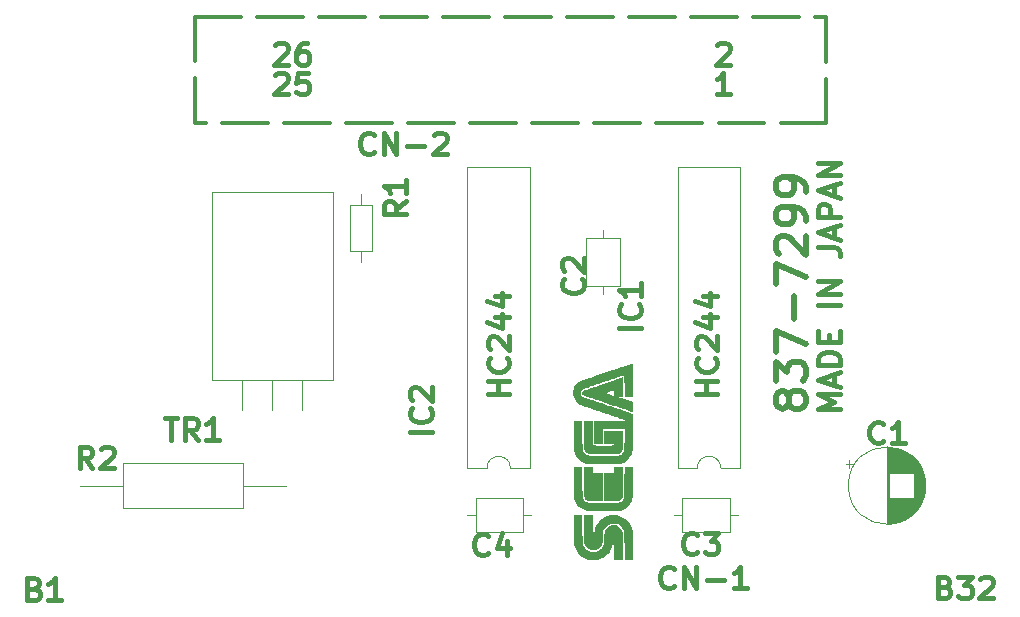
<source format=gbr>
%TF.GenerationSoftware,KiCad,Pcbnew,7.0.5*%
%TF.CreationDate,2023-10-29T18:10:31+11:00*%
%TF.ProjectId,Sega DS-16,53656761-2044-4532-9d31-362e6b696361,rev?*%
%TF.SameCoordinates,Original*%
%TF.FileFunction,Legend,Top*%
%TF.FilePolarity,Positive*%
%FSLAX46Y46*%
G04 Gerber Fmt 4.6, Leading zero omitted, Abs format (unit mm)*
G04 Created by KiCad (PCBNEW 7.0.5) date 2023-10-29 18:10:31*
%MOMM*%
%LPD*%
G01*
G04 APERTURE LIST*
%ADD10C,0.350000*%
%ADD11C,0.450000*%
%ADD12C,0.500000*%
%ADD13C,0.120000*%
G04 APERTURE END LIST*
D10*
X119200000Y-77000000D02*
X123050000Y-77000000D01*
X124450000Y-77000000D02*
X128300000Y-77000000D01*
X129700000Y-77000000D02*
X133550000Y-77000000D01*
X134950000Y-77000000D02*
X138800000Y-77000000D01*
X140200000Y-77000000D02*
X144050000Y-77000000D01*
X145450000Y-77000000D02*
X149300000Y-77000000D01*
X150700000Y-77000000D02*
X154550000Y-77000000D01*
X155950000Y-77000000D02*
X159800000Y-77000000D01*
X161200000Y-77000000D02*
X165050000Y-77000000D01*
X166450000Y-77000000D02*
X170300000Y-77000000D01*
X171700000Y-77000000D02*
X172600000Y-77000000D01*
X172600000Y-77000000D02*
X172600000Y-80850000D01*
X172600000Y-82250000D02*
X172600000Y-86000000D01*
X172600000Y-86000000D02*
X168750000Y-86000000D01*
X167350000Y-86000000D02*
X163500000Y-86000000D01*
X162100000Y-86000000D02*
X158250000Y-86000000D01*
X156850000Y-86000000D02*
X153000000Y-86000000D01*
X151600000Y-86000000D02*
X147750000Y-86000000D01*
X146350000Y-86000000D02*
X142500000Y-86000000D01*
X141100000Y-86000000D02*
X137250000Y-86000000D01*
X135850000Y-86000000D02*
X132000000Y-86000000D01*
X130600000Y-86000000D02*
X126750000Y-86000000D01*
X125350000Y-86000000D02*
X121500000Y-86000000D01*
X120100000Y-86000000D02*
X119200000Y-86000000D01*
X119200000Y-86000000D02*
X119200000Y-82150000D01*
X119200000Y-80750000D02*
X119200000Y-77000000D01*
D11*
X163356314Y-108951567D02*
X161556314Y-108951567D01*
X162413457Y-108951567D02*
X162413457Y-107865852D01*
X163356314Y-107865852D02*
X161556314Y-107865852D01*
X163184885Y-105875376D02*
X163270600Y-105965852D01*
X163270600Y-105965852D02*
X163356314Y-106237281D01*
X163356314Y-106237281D02*
X163356314Y-106418233D01*
X163356314Y-106418233D02*
X163270600Y-106689662D01*
X163270600Y-106689662D02*
X163099171Y-106870614D01*
X163099171Y-106870614D02*
X162927742Y-106961091D01*
X162927742Y-106961091D02*
X162584885Y-107051567D01*
X162584885Y-107051567D02*
X162327742Y-107051567D01*
X162327742Y-107051567D02*
X161984885Y-106961091D01*
X161984885Y-106961091D02*
X161813457Y-106870614D01*
X161813457Y-106870614D02*
X161642028Y-106689662D01*
X161642028Y-106689662D02*
X161556314Y-106418233D01*
X161556314Y-106418233D02*
X161556314Y-106237281D01*
X161556314Y-106237281D02*
X161642028Y-105965852D01*
X161642028Y-105965852D02*
X161727742Y-105875376D01*
X161727742Y-105151567D02*
X161642028Y-105061091D01*
X161642028Y-105061091D02*
X161556314Y-104880138D01*
X161556314Y-104880138D02*
X161556314Y-104427757D01*
X161556314Y-104427757D02*
X161642028Y-104246805D01*
X161642028Y-104246805D02*
X161727742Y-104156329D01*
X161727742Y-104156329D02*
X161899171Y-104065852D01*
X161899171Y-104065852D02*
X162070600Y-104065852D01*
X162070600Y-104065852D02*
X162327742Y-104156329D01*
X162327742Y-104156329D02*
X163356314Y-105242043D01*
X163356314Y-105242043D02*
X163356314Y-104065852D01*
X162156314Y-102437281D02*
X163356314Y-102437281D01*
X161470600Y-102889662D02*
X162756314Y-103342043D01*
X162756314Y-103342043D02*
X162756314Y-102165852D01*
X162156314Y-100627757D02*
X163356314Y-100627757D01*
X161470600Y-101080138D02*
X162756314Y-101532519D01*
X162756314Y-101532519D02*
X162756314Y-100356328D01*
X125957956Y-79427742D02*
X126048432Y-79342028D01*
X126048432Y-79342028D02*
X126229385Y-79256314D01*
X126229385Y-79256314D02*
X126681766Y-79256314D01*
X126681766Y-79256314D02*
X126862718Y-79342028D01*
X126862718Y-79342028D02*
X126953194Y-79427742D01*
X126953194Y-79427742D02*
X127043671Y-79599171D01*
X127043671Y-79599171D02*
X127043671Y-79770600D01*
X127043671Y-79770600D02*
X126953194Y-80027742D01*
X126953194Y-80027742D02*
X125867480Y-81056314D01*
X125867480Y-81056314D02*
X127043671Y-81056314D01*
X128672242Y-79256314D02*
X128310337Y-79256314D01*
X128310337Y-79256314D02*
X128129385Y-79342028D01*
X128129385Y-79342028D02*
X128038909Y-79427742D01*
X128038909Y-79427742D02*
X127857956Y-79684885D01*
X127857956Y-79684885D02*
X127767480Y-80027742D01*
X127767480Y-80027742D02*
X127767480Y-80713457D01*
X127767480Y-80713457D02*
X127857956Y-80884885D01*
X127857956Y-80884885D02*
X127948433Y-80970600D01*
X127948433Y-80970600D02*
X128129385Y-81056314D01*
X128129385Y-81056314D02*
X128491290Y-81056314D01*
X128491290Y-81056314D02*
X128672242Y-80970600D01*
X128672242Y-80970600D02*
X128762718Y-80884885D01*
X128762718Y-80884885D02*
X128853195Y-80713457D01*
X128853195Y-80713457D02*
X128853195Y-80284885D01*
X128853195Y-80284885D02*
X128762718Y-80113457D01*
X128762718Y-80113457D02*
X128672242Y-80027742D01*
X128672242Y-80027742D02*
X128491290Y-79942028D01*
X128491290Y-79942028D02*
X128129385Y-79942028D01*
X128129385Y-79942028D02*
X127948433Y-80027742D01*
X127948433Y-80027742D02*
X127857956Y-80113457D01*
X127857956Y-80113457D02*
X127767480Y-80284885D01*
X173756314Y-110251567D02*
X171956314Y-110251567D01*
X171956314Y-110251567D02*
X173242028Y-109618233D01*
X173242028Y-109618233D02*
X171956314Y-108984900D01*
X171956314Y-108984900D02*
X173756314Y-108984900D01*
X173242028Y-108170614D02*
X173242028Y-107265852D01*
X173756314Y-108351566D02*
X171956314Y-107718233D01*
X171956314Y-107718233D02*
X173756314Y-107084899D01*
X173756314Y-106451567D02*
X171956314Y-106451567D01*
X171956314Y-106451567D02*
X171956314Y-105999186D01*
X171956314Y-105999186D02*
X172042028Y-105727757D01*
X172042028Y-105727757D02*
X172213457Y-105546805D01*
X172213457Y-105546805D02*
X172384885Y-105456328D01*
X172384885Y-105456328D02*
X172727742Y-105365852D01*
X172727742Y-105365852D02*
X172984885Y-105365852D01*
X172984885Y-105365852D02*
X173327742Y-105456328D01*
X173327742Y-105456328D02*
X173499171Y-105546805D01*
X173499171Y-105546805D02*
X173670600Y-105727757D01*
X173670600Y-105727757D02*
X173756314Y-105999186D01*
X173756314Y-105999186D02*
X173756314Y-106451567D01*
X172813457Y-104551567D02*
X172813457Y-103918233D01*
X173756314Y-103646805D02*
X173756314Y-104551567D01*
X173756314Y-104551567D02*
X171956314Y-104551567D01*
X171956314Y-104551567D02*
X171956314Y-103646805D01*
X173756314Y-101384900D02*
X171956314Y-101384900D01*
X173756314Y-100480138D02*
X171956314Y-100480138D01*
X171956314Y-100480138D02*
X173756314Y-99394423D01*
X173756314Y-99394423D02*
X171956314Y-99394423D01*
X171956314Y-96499185D02*
X173242028Y-96499185D01*
X173242028Y-96499185D02*
X173499171Y-96589662D01*
X173499171Y-96589662D02*
X173670600Y-96770614D01*
X173670600Y-96770614D02*
X173756314Y-97042043D01*
X173756314Y-97042043D02*
X173756314Y-97222995D01*
X173242028Y-95684900D02*
X173242028Y-94780138D01*
X173756314Y-95865852D02*
X171956314Y-95232519D01*
X171956314Y-95232519D02*
X173756314Y-94599185D01*
X173756314Y-93965853D02*
X171956314Y-93965853D01*
X171956314Y-93965853D02*
X171956314Y-93242043D01*
X171956314Y-93242043D02*
X172042028Y-93061091D01*
X172042028Y-93061091D02*
X172127742Y-92970614D01*
X172127742Y-92970614D02*
X172299171Y-92880138D01*
X172299171Y-92880138D02*
X172556314Y-92880138D01*
X172556314Y-92880138D02*
X172727742Y-92970614D01*
X172727742Y-92970614D02*
X172813457Y-93061091D01*
X172813457Y-93061091D02*
X172899171Y-93242043D01*
X172899171Y-93242043D02*
X172899171Y-93965853D01*
X173242028Y-92156329D02*
X173242028Y-91251567D01*
X173756314Y-92337281D02*
X171956314Y-91703948D01*
X171956314Y-91703948D02*
X173756314Y-91070614D01*
X173756314Y-90437282D02*
X171956314Y-90437282D01*
X171956314Y-90437282D02*
X173756314Y-89351567D01*
X173756314Y-89351567D02*
X171956314Y-89351567D01*
X134334147Y-88484885D02*
X134243671Y-88570600D01*
X134243671Y-88570600D02*
X133972242Y-88656314D01*
X133972242Y-88656314D02*
X133791290Y-88656314D01*
X133791290Y-88656314D02*
X133519861Y-88570600D01*
X133519861Y-88570600D02*
X133338909Y-88399171D01*
X133338909Y-88399171D02*
X133248432Y-88227742D01*
X133248432Y-88227742D02*
X133157956Y-87884885D01*
X133157956Y-87884885D02*
X133157956Y-87627742D01*
X133157956Y-87627742D02*
X133248432Y-87284885D01*
X133248432Y-87284885D02*
X133338909Y-87113457D01*
X133338909Y-87113457D02*
X133519861Y-86942028D01*
X133519861Y-86942028D02*
X133791290Y-86856314D01*
X133791290Y-86856314D02*
X133972242Y-86856314D01*
X133972242Y-86856314D02*
X134243671Y-86942028D01*
X134243671Y-86942028D02*
X134334147Y-87027742D01*
X135148432Y-88656314D02*
X135148432Y-86856314D01*
X135148432Y-86856314D02*
X136234147Y-88656314D01*
X136234147Y-88656314D02*
X136234147Y-86856314D01*
X137138908Y-87970600D02*
X138586528Y-87970600D01*
X139400813Y-87027742D02*
X139491289Y-86942028D01*
X139491289Y-86942028D02*
X139672242Y-86856314D01*
X139672242Y-86856314D02*
X140124623Y-86856314D01*
X140124623Y-86856314D02*
X140305575Y-86942028D01*
X140305575Y-86942028D02*
X140396051Y-87027742D01*
X140396051Y-87027742D02*
X140486528Y-87199171D01*
X140486528Y-87199171D02*
X140486528Y-87370600D01*
X140486528Y-87370600D02*
X140396051Y-87627742D01*
X140396051Y-87627742D02*
X139310337Y-88656314D01*
X139310337Y-88656314D02*
X140486528Y-88656314D01*
X125957956Y-81927742D02*
X126048432Y-81842028D01*
X126048432Y-81842028D02*
X126229385Y-81756314D01*
X126229385Y-81756314D02*
X126681766Y-81756314D01*
X126681766Y-81756314D02*
X126862718Y-81842028D01*
X126862718Y-81842028D02*
X126953194Y-81927742D01*
X126953194Y-81927742D02*
X127043671Y-82099171D01*
X127043671Y-82099171D02*
X127043671Y-82270600D01*
X127043671Y-82270600D02*
X126953194Y-82527742D01*
X126953194Y-82527742D02*
X125867480Y-83556314D01*
X125867480Y-83556314D02*
X127043671Y-83556314D01*
X128762718Y-81756314D02*
X127857956Y-81756314D01*
X127857956Y-81756314D02*
X127767480Y-82613457D01*
X127767480Y-82613457D02*
X127857956Y-82527742D01*
X127857956Y-82527742D02*
X128038909Y-82442028D01*
X128038909Y-82442028D02*
X128491290Y-82442028D01*
X128491290Y-82442028D02*
X128672242Y-82527742D01*
X128672242Y-82527742D02*
X128762718Y-82613457D01*
X128762718Y-82613457D02*
X128853195Y-82784885D01*
X128853195Y-82784885D02*
X128853195Y-83213457D01*
X128853195Y-83213457D02*
X128762718Y-83384885D01*
X128762718Y-83384885D02*
X128672242Y-83470600D01*
X128672242Y-83470600D02*
X128491290Y-83556314D01*
X128491290Y-83556314D02*
X128038909Y-83556314D01*
X128038909Y-83556314D02*
X127857956Y-83470600D01*
X127857956Y-83470600D02*
X127767480Y-83384885D01*
X159734147Y-125184885D02*
X159643671Y-125270600D01*
X159643671Y-125270600D02*
X159372242Y-125356314D01*
X159372242Y-125356314D02*
X159191290Y-125356314D01*
X159191290Y-125356314D02*
X158919861Y-125270600D01*
X158919861Y-125270600D02*
X158738909Y-125099171D01*
X158738909Y-125099171D02*
X158648432Y-124927742D01*
X158648432Y-124927742D02*
X158557956Y-124584885D01*
X158557956Y-124584885D02*
X158557956Y-124327742D01*
X158557956Y-124327742D02*
X158648432Y-123984885D01*
X158648432Y-123984885D02*
X158738909Y-123813457D01*
X158738909Y-123813457D02*
X158919861Y-123642028D01*
X158919861Y-123642028D02*
X159191290Y-123556314D01*
X159191290Y-123556314D02*
X159372242Y-123556314D01*
X159372242Y-123556314D02*
X159643671Y-123642028D01*
X159643671Y-123642028D02*
X159734147Y-123727742D01*
X160548432Y-125356314D02*
X160548432Y-123556314D01*
X160548432Y-123556314D02*
X161634147Y-125356314D01*
X161634147Y-125356314D02*
X161634147Y-123556314D01*
X162538908Y-124670600D02*
X163986528Y-124670600D01*
X165886528Y-125356314D02*
X164800813Y-125356314D01*
X165343670Y-125356314D02*
X165343670Y-123556314D01*
X165343670Y-123556314D02*
X165162718Y-123813457D01*
X165162718Y-123813457D02*
X164981766Y-123984885D01*
X164981766Y-123984885D02*
X164800813Y-124070600D01*
X145756314Y-108951567D02*
X143956314Y-108951567D01*
X144813457Y-108951567D02*
X144813457Y-107865852D01*
X145756314Y-107865852D02*
X143956314Y-107865852D01*
X145584885Y-105875376D02*
X145670600Y-105965852D01*
X145670600Y-105965852D02*
X145756314Y-106237281D01*
X145756314Y-106237281D02*
X145756314Y-106418233D01*
X145756314Y-106418233D02*
X145670600Y-106689662D01*
X145670600Y-106689662D02*
X145499171Y-106870614D01*
X145499171Y-106870614D02*
X145327742Y-106961091D01*
X145327742Y-106961091D02*
X144984885Y-107051567D01*
X144984885Y-107051567D02*
X144727742Y-107051567D01*
X144727742Y-107051567D02*
X144384885Y-106961091D01*
X144384885Y-106961091D02*
X144213457Y-106870614D01*
X144213457Y-106870614D02*
X144042028Y-106689662D01*
X144042028Y-106689662D02*
X143956314Y-106418233D01*
X143956314Y-106418233D02*
X143956314Y-106237281D01*
X143956314Y-106237281D02*
X144042028Y-105965852D01*
X144042028Y-105965852D02*
X144127742Y-105875376D01*
X144127742Y-105151567D02*
X144042028Y-105061091D01*
X144042028Y-105061091D02*
X143956314Y-104880138D01*
X143956314Y-104880138D02*
X143956314Y-104427757D01*
X143956314Y-104427757D02*
X144042028Y-104246805D01*
X144042028Y-104246805D02*
X144127742Y-104156329D01*
X144127742Y-104156329D02*
X144299171Y-104065852D01*
X144299171Y-104065852D02*
X144470600Y-104065852D01*
X144470600Y-104065852D02*
X144727742Y-104156329D01*
X144727742Y-104156329D02*
X145756314Y-105242043D01*
X145756314Y-105242043D02*
X145756314Y-104065852D01*
X144556314Y-102437281D02*
X145756314Y-102437281D01*
X143870600Y-102889662D02*
X145156314Y-103342043D01*
X145156314Y-103342043D02*
X145156314Y-102165852D01*
X144556314Y-100627757D02*
X145756314Y-100627757D01*
X143870600Y-101080138D02*
X145156314Y-101532519D01*
X145156314Y-101532519D02*
X145156314Y-100356328D01*
X164443671Y-83556314D02*
X163357956Y-83556314D01*
X163900813Y-83556314D02*
X163900813Y-81756314D01*
X163900813Y-81756314D02*
X163719861Y-82013457D01*
X163719861Y-82013457D02*
X163538909Y-82184885D01*
X163538909Y-82184885D02*
X163357956Y-82270600D01*
X182681766Y-125313457D02*
X182953194Y-125399171D01*
X182953194Y-125399171D02*
X183043671Y-125484885D01*
X183043671Y-125484885D02*
X183134147Y-125656314D01*
X183134147Y-125656314D02*
X183134147Y-125913457D01*
X183134147Y-125913457D02*
X183043671Y-126084885D01*
X183043671Y-126084885D02*
X182953194Y-126170600D01*
X182953194Y-126170600D02*
X182772242Y-126256314D01*
X182772242Y-126256314D02*
X182048432Y-126256314D01*
X182048432Y-126256314D02*
X182048432Y-124456314D01*
X182048432Y-124456314D02*
X182681766Y-124456314D01*
X182681766Y-124456314D02*
X182862718Y-124542028D01*
X182862718Y-124542028D02*
X182953194Y-124627742D01*
X182953194Y-124627742D02*
X183043671Y-124799171D01*
X183043671Y-124799171D02*
X183043671Y-124970600D01*
X183043671Y-124970600D02*
X182953194Y-125142028D01*
X182953194Y-125142028D02*
X182862718Y-125227742D01*
X182862718Y-125227742D02*
X182681766Y-125313457D01*
X182681766Y-125313457D02*
X182048432Y-125313457D01*
X183767480Y-124456314D02*
X184943671Y-124456314D01*
X184943671Y-124456314D02*
X184310337Y-125142028D01*
X184310337Y-125142028D02*
X184581766Y-125142028D01*
X184581766Y-125142028D02*
X184762718Y-125227742D01*
X184762718Y-125227742D02*
X184853194Y-125313457D01*
X184853194Y-125313457D02*
X184943671Y-125484885D01*
X184943671Y-125484885D02*
X184943671Y-125913457D01*
X184943671Y-125913457D02*
X184853194Y-126084885D01*
X184853194Y-126084885D02*
X184762718Y-126170600D01*
X184762718Y-126170600D02*
X184581766Y-126256314D01*
X184581766Y-126256314D02*
X184038909Y-126256314D01*
X184038909Y-126256314D02*
X183857956Y-126170600D01*
X183857956Y-126170600D02*
X183767480Y-126084885D01*
X185667480Y-124627742D02*
X185757956Y-124542028D01*
X185757956Y-124542028D02*
X185938909Y-124456314D01*
X185938909Y-124456314D02*
X186391290Y-124456314D01*
X186391290Y-124456314D02*
X186572242Y-124542028D01*
X186572242Y-124542028D02*
X186662718Y-124627742D01*
X186662718Y-124627742D02*
X186753195Y-124799171D01*
X186753195Y-124799171D02*
X186753195Y-124970600D01*
X186753195Y-124970600D02*
X186662718Y-125227742D01*
X186662718Y-125227742D02*
X185577004Y-126256314D01*
X185577004Y-126256314D02*
X186753195Y-126256314D01*
X105581766Y-125413457D02*
X105853194Y-125499171D01*
X105853194Y-125499171D02*
X105943671Y-125584885D01*
X105943671Y-125584885D02*
X106034147Y-125756314D01*
X106034147Y-125756314D02*
X106034147Y-126013457D01*
X106034147Y-126013457D02*
X105943671Y-126184885D01*
X105943671Y-126184885D02*
X105853194Y-126270600D01*
X105853194Y-126270600D02*
X105672242Y-126356314D01*
X105672242Y-126356314D02*
X104948432Y-126356314D01*
X104948432Y-126356314D02*
X104948432Y-124556314D01*
X104948432Y-124556314D02*
X105581766Y-124556314D01*
X105581766Y-124556314D02*
X105762718Y-124642028D01*
X105762718Y-124642028D02*
X105853194Y-124727742D01*
X105853194Y-124727742D02*
X105943671Y-124899171D01*
X105943671Y-124899171D02*
X105943671Y-125070600D01*
X105943671Y-125070600D02*
X105853194Y-125242028D01*
X105853194Y-125242028D02*
X105762718Y-125327742D01*
X105762718Y-125327742D02*
X105581766Y-125413457D01*
X105581766Y-125413457D02*
X104948432Y-125413457D01*
X107843671Y-126356314D02*
X106757956Y-126356314D01*
X107300813Y-126356314D02*
X107300813Y-124556314D01*
X107300813Y-124556314D02*
X107119861Y-124813457D01*
X107119861Y-124813457D02*
X106938909Y-124984885D01*
X106938909Y-124984885D02*
X106757956Y-125070600D01*
D12*
X169439476Y-109680576D02*
X169320428Y-109928195D01*
X169320428Y-109928195D02*
X169201380Y-110052005D01*
X169201380Y-110052005D02*
X168963285Y-110175814D01*
X168963285Y-110175814D02*
X168844238Y-110175814D01*
X168844238Y-110175814D02*
X168606142Y-110052005D01*
X168606142Y-110052005D02*
X168487095Y-109928195D01*
X168487095Y-109928195D02*
X168368047Y-109680576D01*
X168368047Y-109680576D02*
X168368047Y-109185338D01*
X168368047Y-109185338D02*
X168487095Y-108937719D01*
X168487095Y-108937719D02*
X168606142Y-108813910D01*
X168606142Y-108813910D02*
X168844238Y-108690100D01*
X168844238Y-108690100D02*
X168963285Y-108690100D01*
X168963285Y-108690100D02*
X169201380Y-108813910D01*
X169201380Y-108813910D02*
X169320428Y-108937719D01*
X169320428Y-108937719D02*
X169439476Y-109185338D01*
X169439476Y-109185338D02*
X169439476Y-109680576D01*
X169439476Y-109680576D02*
X169558523Y-109928195D01*
X169558523Y-109928195D02*
X169677571Y-110052005D01*
X169677571Y-110052005D02*
X169915666Y-110175814D01*
X169915666Y-110175814D02*
X170391857Y-110175814D01*
X170391857Y-110175814D02*
X170629952Y-110052005D01*
X170629952Y-110052005D02*
X170749000Y-109928195D01*
X170749000Y-109928195D02*
X170868047Y-109680576D01*
X170868047Y-109680576D02*
X170868047Y-109185338D01*
X170868047Y-109185338D02*
X170749000Y-108937719D01*
X170749000Y-108937719D02*
X170629952Y-108813910D01*
X170629952Y-108813910D02*
X170391857Y-108690100D01*
X170391857Y-108690100D02*
X169915666Y-108690100D01*
X169915666Y-108690100D02*
X169677571Y-108813910D01*
X169677571Y-108813910D02*
X169558523Y-108937719D01*
X169558523Y-108937719D02*
X169439476Y-109185338D01*
X168368047Y-107823434D02*
X168368047Y-106213910D01*
X168368047Y-106213910D02*
X169320428Y-107080577D01*
X169320428Y-107080577D02*
X169320428Y-106709148D01*
X169320428Y-106709148D02*
X169439476Y-106461529D01*
X169439476Y-106461529D02*
X169558523Y-106337720D01*
X169558523Y-106337720D02*
X169796619Y-106213910D01*
X169796619Y-106213910D02*
X170391857Y-106213910D01*
X170391857Y-106213910D02*
X170629952Y-106337720D01*
X170629952Y-106337720D02*
X170749000Y-106461529D01*
X170749000Y-106461529D02*
X170868047Y-106709148D01*
X170868047Y-106709148D02*
X170868047Y-107452005D01*
X170868047Y-107452005D02*
X170749000Y-107699624D01*
X170749000Y-107699624D02*
X170629952Y-107823434D01*
X168368047Y-105347244D02*
X168368047Y-103613911D01*
X168368047Y-103613911D02*
X170868047Y-104728196D01*
X169915666Y-102623435D02*
X169915666Y-100642483D01*
X168368047Y-99652006D02*
X168368047Y-97918673D01*
X168368047Y-97918673D02*
X170868047Y-99032958D01*
X168606142Y-97052006D02*
X168487095Y-96928197D01*
X168487095Y-96928197D02*
X168368047Y-96680578D01*
X168368047Y-96680578D02*
X168368047Y-96061530D01*
X168368047Y-96061530D02*
X168487095Y-95813911D01*
X168487095Y-95813911D02*
X168606142Y-95690102D01*
X168606142Y-95690102D02*
X168844238Y-95566292D01*
X168844238Y-95566292D02*
X169082333Y-95566292D01*
X169082333Y-95566292D02*
X169439476Y-95690102D01*
X169439476Y-95690102D02*
X170868047Y-97175816D01*
X170868047Y-97175816D02*
X170868047Y-95566292D01*
X170868047Y-94328197D02*
X170868047Y-93832959D01*
X170868047Y-93832959D02*
X170749000Y-93585340D01*
X170749000Y-93585340D02*
X170629952Y-93461531D01*
X170629952Y-93461531D02*
X170272809Y-93213912D01*
X170272809Y-93213912D02*
X169796619Y-93090102D01*
X169796619Y-93090102D02*
X168844238Y-93090102D01*
X168844238Y-93090102D02*
X168606142Y-93213912D01*
X168606142Y-93213912D02*
X168487095Y-93337721D01*
X168487095Y-93337721D02*
X168368047Y-93585340D01*
X168368047Y-93585340D02*
X168368047Y-94080578D01*
X168368047Y-94080578D02*
X168487095Y-94328197D01*
X168487095Y-94328197D02*
X168606142Y-94452007D01*
X168606142Y-94452007D02*
X168844238Y-94575816D01*
X168844238Y-94575816D02*
X169439476Y-94575816D01*
X169439476Y-94575816D02*
X169677571Y-94452007D01*
X169677571Y-94452007D02*
X169796619Y-94328197D01*
X169796619Y-94328197D02*
X169915666Y-94080578D01*
X169915666Y-94080578D02*
X169915666Y-93585340D01*
X169915666Y-93585340D02*
X169796619Y-93337721D01*
X169796619Y-93337721D02*
X169677571Y-93213912D01*
X169677571Y-93213912D02*
X169439476Y-93090102D01*
X170868047Y-91852007D02*
X170868047Y-91356769D01*
X170868047Y-91356769D02*
X170749000Y-91109150D01*
X170749000Y-91109150D02*
X170629952Y-90985341D01*
X170629952Y-90985341D02*
X170272809Y-90737722D01*
X170272809Y-90737722D02*
X169796619Y-90613912D01*
X169796619Y-90613912D02*
X168844238Y-90613912D01*
X168844238Y-90613912D02*
X168606142Y-90737722D01*
X168606142Y-90737722D02*
X168487095Y-90861531D01*
X168487095Y-90861531D02*
X168368047Y-91109150D01*
X168368047Y-91109150D02*
X168368047Y-91604388D01*
X168368047Y-91604388D02*
X168487095Y-91852007D01*
X168487095Y-91852007D02*
X168606142Y-91975817D01*
X168606142Y-91975817D02*
X168844238Y-92099626D01*
X168844238Y-92099626D02*
X169439476Y-92099626D01*
X169439476Y-92099626D02*
X169677571Y-91975817D01*
X169677571Y-91975817D02*
X169796619Y-91852007D01*
X169796619Y-91852007D02*
X169915666Y-91604388D01*
X169915666Y-91604388D02*
X169915666Y-91109150D01*
X169915666Y-91109150D02*
X169796619Y-90861531D01*
X169796619Y-90861531D02*
X169677571Y-90737722D01*
X169677571Y-90737722D02*
X169439476Y-90613912D01*
D11*
X163357956Y-79427742D02*
X163448432Y-79342028D01*
X163448432Y-79342028D02*
X163629385Y-79256314D01*
X163629385Y-79256314D02*
X164081766Y-79256314D01*
X164081766Y-79256314D02*
X164262718Y-79342028D01*
X164262718Y-79342028D02*
X164353194Y-79427742D01*
X164353194Y-79427742D02*
X164443671Y-79599171D01*
X164443671Y-79599171D02*
X164443671Y-79770600D01*
X164443671Y-79770600D02*
X164353194Y-80027742D01*
X164353194Y-80027742D02*
X163267480Y-81056314D01*
X163267480Y-81056314D02*
X164443671Y-81056314D01*
%TO.C,C4*%
X143983333Y-122437885D02*
X143892857Y-122523600D01*
X143892857Y-122523600D02*
X143621428Y-122609314D01*
X143621428Y-122609314D02*
X143440476Y-122609314D01*
X143440476Y-122609314D02*
X143169047Y-122523600D01*
X143169047Y-122523600D02*
X142988095Y-122352171D01*
X142988095Y-122352171D02*
X142897618Y-122180742D01*
X142897618Y-122180742D02*
X142807142Y-121837885D01*
X142807142Y-121837885D02*
X142807142Y-121580742D01*
X142807142Y-121580742D02*
X142897618Y-121237885D01*
X142897618Y-121237885D02*
X142988095Y-121066457D01*
X142988095Y-121066457D02*
X143169047Y-120895028D01*
X143169047Y-120895028D02*
X143440476Y-120809314D01*
X143440476Y-120809314D02*
X143621428Y-120809314D01*
X143621428Y-120809314D02*
X143892857Y-120895028D01*
X143892857Y-120895028D02*
X143983333Y-120980742D01*
X145611904Y-121409314D02*
X145611904Y-122609314D01*
X145159523Y-120723600D02*
X144707142Y-122009314D01*
X144707142Y-122009314D02*
X145883333Y-122009314D01*
%TO.C,IC1*%
X156909314Y-103354762D02*
X155109314Y-103354762D01*
X156737885Y-101364285D02*
X156823600Y-101454761D01*
X156823600Y-101454761D02*
X156909314Y-101726190D01*
X156909314Y-101726190D02*
X156909314Y-101907142D01*
X156909314Y-101907142D02*
X156823600Y-102178571D01*
X156823600Y-102178571D02*
X156652171Y-102359523D01*
X156652171Y-102359523D02*
X156480742Y-102450000D01*
X156480742Y-102450000D02*
X156137885Y-102540476D01*
X156137885Y-102540476D02*
X155880742Y-102540476D01*
X155880742Y-102540476D02*
X155537885Y-102450000D01*
X155537885Y-102450000D02*
X155366457Y-102359523D01*
X155366457Y-102359523D02*
X155195028Y-102178571D01*
X155195028Y-102178571D02*
X155109314Y-101907142D01*
X155109314Y-101907142D02*
X155109314Y-101726190D01*
X155109314Y-101726190D02*
X155195028Y-101454761D01*
X155195028Y-101454761D02*
X155280742Y-101364285D01*
X156909314Y-99554761D02*
X156909314Y-100640476D01*
X156909314Y-100097619D02*
X155109314Y-100097619D01*
X155109314Y-100097619D02*
X155366457Y-100278571D01*
X155366457Y-100278571D02*
X155537885Y-100459523D01*
X155537885Y-100459523D02*
X155623600Y-100640476D01*
%TO.C,R2*%
X110483333Y-115209314D02*
X109849999Y-114352171D01*
X109397618Y-115209314D02*
X109397618Y-113409314D01*
X109397618Y-113409314D02*
X110121428Y-113409314D01*
X110121428Y-113409314D02*
X110302380Y-113495028D01*
X110302380Y-113495028D02*
X110392857Y-113580742D01*
X110392857Y-113580742D02*
X110483333Y-113752171D01*
X110483333Y-113752171D02*
X110483333Y-114009314D01*
X110483333Y-114009314D02*
X110392857Y-114180742D01*
X110392857Y-114180742D02*
X110302380Y-114266457D01*
X110302380Y-114266457D02*
X110121428Y-114352171D01*
X110121428Y-114352171D02*
X109397618Y-114352171D01*
X111207142Y-113580742D02*
X111297618Y-113495028D01*
X111297618Y-113495028D02*
X111478571Y-113409314D01*
X111478571Y-113409314D02*
X111930952Y-113409314D01*
X111930952Y-113409314D02*
X112111904Y-113495028D01*
X112111904Y-113495028D02*
X112202380Y-113580742D01*
X112202380Y-113580742D02*
X112292857Y-113752171D01*
X112292857Y-113752171D02*
X112292857Y-113923600D01*
X112292857Y-113923600D02*
X112202380Y-114180742D01*
X112202380Y-114180742D02*
X111116666Y-115209314D01*
X111116666Y-115209314D02*
X112292857Y-115209314D01*
%TO.C,R1*%
X137009314Y-92616666D02*
X136152171Y-93250000D01*
X137009314Y-93702381D02*
X135209314Y-93702381D01*
X135209314Y-93702381D02*
X135209314Y-92978571D01*
X135209314Y-92978571D02*
X135295028Y-92797619D01*
X135295028Y-92797619D02*
X135380742Y-92707142D01*
X135380742Y-92707142D02*
X135552171Y-92616666D01*
X135552171Y-92616666D02*
X135809314Y-92616666D01*
X135809314Y-92616666D02*
X135980742Y-92707142D01*
X135980742Y-92707142D02*
X136066457Y-92797619D01*
X136066457Y-92797619D02*
X136152171Y-92978571D01*
X136152171Y-92978571D02*
X136152171Y-93702381D01*
X137009314Y-90807142D02*
X137009314Y-91892857D01*
X137009314Y-91350000D02*
X135209314Y-91350000D01*
X135209314Y-91350000D02*
X135466457Y-91530952D01*
X135466457Y-91530952D02*
X135637885Y-91711904D01*
X135637885Y-91711904D02*
X135723600Y-91892857D01*
%TO.C,IC2*%
X139209314Y-112154762D02*
X137409314Y-112154762D01*
X139037885Y-110164285D02*
X139123600Y-110254761D01*
X139123600Y-110254761D02*
X139209314Y-110526190D01*
X139209314Y-110526190D02*
X139209314Y-110707142D01*
X139209314Y-110707142D02*
X139123600Y-110978571D01*
X139123600Y-110978571D02*
X138952171Y-111159523D01*
X138952171Y-111159523D02*
X138780742Y-111250000D01*
X138780742Y-111250000D02*
X138437885Y-111340476D01*
X138437885Y-111340476D02*
X138180742Y-111340476D01*
X138180742Y-111340476D02*
X137837885Y-111250000D01*
X137837885Y-111250000D02*
X137666457Y-111159523D01*
X137666457Y-111159523D02*
X137495028Y-110978571D01*
X137495028Y-110978571D02*
X137409314Y-110707142D01*
X137409314Y-110707142D02*
X137409314Y-110526190D01*
X137409314Y-110526190D02*
X137495028Y-110254761D01*
X137495028Y-110254761D02*
X137580742Y-110164285D01*
X137580742Y-109440476D02*
X137495028Y-109350000D01*
X137495028Y-109350000D02*
X137409314Y-109169047D01*
X137409314Y-109169047D02*
X137409314Y-108716666D01*
X137409314Y-108716666D02*
X137495028Y-108535714D01*
X137495028Y-108535714D02*
X137580742Y-108445238D01*
X137580742Y-108445238D02*
X137752171Y-108354761D01*
X137752171Y-108354761D02*
X137923600Y-108354761D01*
X137923600Y-108354761D02*
X138180742Y-108445238D01*
X138180742Y-108445238D02*
X139209314Y-109530952D01*
X139209314Y-109530952D02*
X139209314Y-108354761D01*
%TO.C,C2*%
X151917885Y-99216666D02*
X152003600Y-99307142D01*
X152003600Y-99307142D02*
X152089314Y-99578571D01*
X152089314Y-99578571D02*
X152089314Y-99759523D01*
X152089314Y-99759523D02*
X152003600Y-100030952D01*
X152003600Y-100030952D02*
X151832171Y-100211904D01*
X151832171Y-100211904D02*
X151660742Y-100302381D01*
X151660742Y-100302381D02*
X151317885Y-100392857D01*
X151317885Y-100392857D02*
X151060742Y-100392857D01*
X151060742Y-100392857D02*
X150717885Y-100302381D01*
X150717885Y-100302381D02*
X150546457Y-100211904D01*
X150546457Y-100211904D02*
X150375028Y-100030952D01*
X150375028Y-100030952D02*
X150289314Y-99759523D01*
X150289314Y-99759523D02*
X150289314Y-99578571D01*
X150289314Y-99578571D02*
X150375028Y-99307142D01*
X150375028Y-99307142D02*
X150460742Y-99216666D01*
X150460742Y-98492857D02*
X150375028Y-98402381D01*
X150375028Y-98402381D02*
X150289314Y-98221428D01*
X150289314Y-98221428D02*
X150289314Y-97769047D01*
X150289314Y-97769047D02*
X150375028Y-97588095D01*
X150375028Y-97588095D02*
X150460742Y-97497619D01*
X150460742Y-97497619D02*
X150632171Y-97407142D01*
X150632171Y-97407142D02*
X150803600Y-97407142D01*
X150803600Y-97407142D02*
X151060742Y-97497619D01*
X151060742Y-97497619D02*
X152089314Y-98583333D01*
X152089314Y-98583333D02*
X152089314Y-97407142D01*
%TO.C,C1*%
X177450954Y-112932885D02*
X177360478Y-113018600D01*
X177360478Y-113018600D02*
X177089049Y-113104314D01*
X177089049Y-113104314D02*
X176908097Y-113104314D01*
X176908097Y-113104314D02*
X176636668Y-113018600D01*
X176636668Y-113018600D02*
X176455716Y-112847171D01*
X176455716Y-112847171D02*
X176365239Y-112675742D01*
X176365239Y-112675742D02*
X176274763Y-112332885D01*
X176274763Y-112332885D02*
X176274763Y-112075742D01*
X176274763Y-112075742D02*
X176365239Y-111732885D01*
X176365239Y-111732885D02*
X176455716Y-111561457D01*
X176455716Y-111561457D02*
X176636668Y-111390028D01*
X176636668Y-111390028D02*
X176908097Y-111304314D01*
X176908097Y-111304314D02*
X177089049Y-111304314D01*
X177089049Y-111304314D02*
X177360478Y-111390028D01*
X177360478Y-111390028D02*
X177450954Y-111475742D01*
X179260478Y-113104314D02*
X178174763Y-113104314D01*
X178717620Y-113104314D02*
X178717620Y-111304314D01*
X178717620Y-111304314D02*
X178536668Y-111561457D01*
X178536668Y-111561457D02*
X178355716Y-111732885D01*
X178355716Y-111732885D02*
X178174763Y-111818600D01*
%TO.C,TR1*%
X116602381Y-111009314D02*
X117688095Y-111009314D01*
X117145238Y-112809314D02*
X117145238Y-111009314D01*
X119407143Y-112809314D02*
X118773809Y-111952171D01*
X118321428Y-112809314D02*
X118321428Y-111009314D01*
X118321428Y-111009314D02*
X119045238Y-111009314D01*
X119045238Y-111009314D02*
X119226190Y-111095028D01*
X119226190Y-111095028D02*
X119316667Y-111180742D01*
X119316667Y-111180742D02*
X119407143Y-111352171D01*
X119407143Y-111352171D02*
X119407143Y-111609314D01*
X119407143Y-111609314D02*
X119316667Y-111780742D01*
X119316667Y-111780742D02*
X119226190Y-111866457D01*
X119226190Y-111866457D02*
X119045238Y-111952171D01*
X119045238Y-111952171D02*
X118321428Y-111952171D01*
X121216667Y-112809314D02*
X120130952Y-112809314D01*
X120673809Y-112809314D02*
X120673809Y-111009314D01*
X120673809Y-111009314D02*
X120492857Y-111266457D01*
X120492857Y-111266457D02*
X120311905Y-111437885D01*
X120311905Y-111437885D02*
X120130952Y-111523600D01*
%TO.C,C3*%
X161683333Y-122337885D02*
X161592857Y-122423600D01*
X161592857Y-122423600D02*
X161321428Y-122509314D01*
X161321428Y-122509314D02*
X161140476Y-122509314D01*
X161140476Y-122509314D02*
X160869047Y-122423600D01*
X160869047Y-122423600D02*
X160688095Y-122252171D01*
X160688095Y-122252171D02*
X160597618Y-122080742D01*
X160597618Y-122080742D02*
X160507142Y-121737885D01*
X160507142Y-121737885D02*
X160507142Y-121480742D01*
X160507142Y-121480742D02*
X160597618Y-121137885D01*
X160597618Y-121137885D02*
X160688095Y-120966457D01*
X160688095Y-120966457D02*
X160869047Y-120795028D01*
X160869047Y-120795028D02*
X161140476Y-120709314D01*
X161140476Y-120709314D02*
X161321428Y-120709314D01*
X161321428Y-120709314D02*
X161592857Y-120795028D01*
X161592857Y-120795028D02*
X161683333Y-120880742D01*
X162316666Y-120709314D02*
X163492857Y-120709314D01*
X163492857Y-120709314D02*
X162859523Y-121395028D01*
X162859523Y-121395028D02*
X163130952Y-121395028D01*
X163130952Y-121395028D02*
X163311904Y-121480742D01*
X163311904Y-121480742D02*
X163402380Y-121566457D01*
X163402380Y-121566457D02*
X163492857Y-121737885D01*
X163492857Y-121737885D02*
X163492857Y-122166457D01*
X163492857Y-122166457D02*
X163402380Y-122337885D01*
X163402380Y-122337885D02*
X163311904Y-122423600D01*
X163311904Y-122423600D02*
X163130952Y-122509314D01*
X163130952Y-122509314D02*
X162588095Y-122509314D01*
X162588095Y-122509314D02*
X162407142Y-122423600D01*
X162407142Y-122423600D02*
X162316666Y-122337885D01*
D13*
%TO.C,C4*%
X142240000Y-119195000D02*
X142930000Y-119195000D01*
X142930000Y-117775000D02*
X142930000Y-120615000D01*
X142930000Y-120615000D02*
X146970000Y-120615000D01*
X146970000Y-117775000D02*
X142930000Y-117775000D01*
X146970000Y-120615000D02*
X146970000Y-117775000D01*
X147660000Y-119195000D02*
X146970000Y-119195000D01*
%TO.C,G\u002A\u002A\u002A*%
G36*
X152833817Y-116159856D02*
G01*
X152833814Y-116361780D01*
X152833892Y-116537274D01*
X152834183Y-116688255D01*
X152834819Y-116816642D01*
X152835930Y-116924353D01*
X152837650Y-117013305D01*
X152840109Y-117085416D01*
X152843438Y-117142605D01*
X152847771Y-117186789D01*
X152853237Y-117219886D01*
X152859969Y-117243814D01*
X152868098Y-117260491D01*
X152877756Y-117271835D01*
X152889075Y-117279764D01*
X152902185Y-117286195D01*
X152911378Y-117290321D01*
X152942945Y-117302727D01*
X152962051Y-117307255D01*
X152964973Y-117293283D01*
X152967582Y-117252176D01*
X152969857Y-117185144D01*
X152971778Y-117093399D01*
X152973328Y-116978151D01*
X152974486Y-116840611D01*
X152975232Y-116681991D01*
X152975548Y-116503501D01*
X152975558Y-116463895D01*
X152975558Y-115620536D01*
X153329911Y-115620536D01*
X153684263Y-115620536D01*
X153684263Y-116818699D01*
X153684263Y-118016863D01*
X153099252Y-118012868D01*
X152514240Y-118008873D01*
X152420701Y-117962808D01*
X152317316Y-117896479D01*
X152232468Y-117809295D01*
X152169907Y-117706612D01*
X152132199Y-117626172D01*
X152128429Y-116375307D01*
X152124659Y-115124442D01*
X152479238Y-115124442D01*
X152833817Y-115124442D01*
X152833817Y-116159856D01*
G37*
G36*
X155398382Y-116361133D02*
G01*
X155398127Y-116585489D01*
X155397713Y-116783099D01*
X155397117Y-116955567D01*
X155396315Y-117104495D01*
X155395281Y-117231486D01*
X155393991Y-117338142D01*
X155392421Y-117426066D01*
X155390546Y-117496861D01*
X155388341Y-117552129D01*
X155385782Y-117593473D01*
X155382845Y-117622496D01*
X155379505Y-117640801D01*
X155378767Y-117643379D01*
X155329593Y-117754525D01*
X155257289Y-117850715D01*
X155164344Y-117929127D01*
X155089201Y-117971522D01*
X155009542Y-118008873D01*
X154424860Y-118012868D01*
X153840179Y-118016863D01*
X153840179Y-116818699D01*
X153840179Y-115620536D01*
X154194531Y-115620536D01*
X154548884Y-115620536D01*
X154548884Y-116463895D01*
X154548856Y-116642522D01*
X154548889Y-116794799D01*
X154549155Y-116922727D01*
X154549828Y-117028304D01*
X154551079Y-117113531D01*
X154553082Y-117180405D01*
X154556009Y-117230927D01*
X154560034Y-117267095D01*
X154565330Y-117290909D01*
X154572068Y-117304367D01*
X154580423Y-117309470D01*
X154590566Y-117308216D01*
X154602671Y-117302604D01*
X154616911Y-117294635D01*
X154620540Y-117292660D01*
X154633499Y-117285597D01*
X154644754Y-117277948D01*
X154654425Y-117267783D01*
X154662631Y-117253171D01*
X154669493Y-117232181D01*
X154675131Y-117202883D01*
X154679665Y-117163346D01*
X154683216Y-117111641D01*
X154685903Y-117045836D01*
X154687847Y-116964001D01*
X154689168Y-116864205D01*
X154689986Y-116744518D01*
X154690422Y-116603010D01*
X154690595Y-116437750D01*
X154690626Y-116246807D01*
X154690625Y-116166943D01*
X154690625Y-115138616D01*
X155044978Y-115138616D01*
X155399330Y-115138616D01*
X155398382Y-116361133D01*
G37*
G36*
X152833817Y-112198193D02*
G01*
X152833816Y-112396596D01*
X152833905Y-112568604D01*
X152834223Y-112716167D01*
X152834907Y-112841239D01*
X152836097Y-112945771D01*
X152837930Y-113031716D01*
X152840544Y-113101025D01*
X152844078Y-113155651D01*
X152848671Y-113197546D01*
X152854460Y-113228663D01*
X152861583Y-113250952D01*
X152870180Y-113266367D01*
X152880387Y-113276859D01*
X152892344Y-113284381D01*
X152906189Y-113290884D01*
X152911378Y-113293223D01*
X152928121Y-113297107D01*
X152961021Y-113300420D01*
X153011606Y-113303192D01*
X153081404Y-113305453D01*
X153171946Y-113307234D01*
X153284759Y-113308564D01*
X153421371Y-113309475D01*
X153583313Y-113309995D01*
X153766821Y-113310156D01*
X153941301Y-113310094D01*
X154089638Y-113309866D01*
X154214038Y-113309414D01*
X154316707Y-113308677D01*
X154399848Y-113307595D01*
X154465669Y-113306109D01*
X154516374Y-113304158D01*
X154554169Y-113301684D01*
X154581259Y-113298625D01*
X154599849Y-113294922D01*
X154612145Y-113290515D01*
X154618098Y-113287043D01*
X154644879Y-113263051D01*
X154664461Y-113231223D01*
X154677831Y-113187248D01*
X154685975Y-113126817D01*
X154689882Y-113045619D01*
X154690625Y-112970433D01*
X154690625Y-112771540D01*
X154619754Y-112771540D01*
X154548884Y-112771540D01*
X154548884Y-112977065D01*
X154548884Y-113182589D01*
X154187281Y-113182589D01*
X153825679Y-113182589D01*
X153829385Y-112619169D01*
X153833091Y-112055748D01*
X154616211Y-112052084D01*
X155399330Y-112048421D01*
X155398411Y-112831660D01*
X155398185Y-113000668D01*
X155397877Y-113143754D01*
X155397399Y-113263348D01*
X155396664Y-113361877D01*
X155395584Y-113441768D01*
X155394071Y-113505449D01*
X155392036Y-113555348D01*
X155389392Y-113593892D01*
X155386052Y-113623510D01*
X155381927Y-113646629D01*
X155376930Y-113665676D01*
X155370972Y-113683079D01*
X155367243Y-113692857D01*
X155327923Y-113765727D01*
X155268970Y-113840014D01*
X155197727Y-113908428D01*
X155121539Y-113963673D01*
X155066239Y-113991810D01*
X154981194Y-114025949D01*
X153799533Y-114029885D01*
X153580549Y-114030604D01*
X153388006Y-114031141D01*
X153220000Y-114031396D01*
X153074624Y-114031265D01*
X152949972Y-114030648D01*
X152844139Y-114029442D01*
X152755219Y-114027546D01*
X152681305Y-114024858D01*
X152620491Y-114021276D01*
X152570873Y-114016699D01*
X152530544Y-114011025D01*
X152497597Y-114004152D01*
X152470128Y-113995978D01*
X152446229Y-113986402D01*
X152423996Y-113975321D01*
X152401522Y-113962635D01*
X152387636Y-113954507D01*
X152309963Y-113896207D01*
X152238353Y-113818840D01*
X152180983Y-113731607D01*
X152169907Y-113709514D01*
X152132199Y-113629074D01*
X152128423Y-112413644D01*
X152124647Y-111198214D01*
X152479232Y-111198214D01*
X152833817Y-111198214D01*
X152833817Y-112198193D01*
G37*
G36*
X155398366Y-107536415D02*
G01*
X155402080Y-107546029D01*
X155405134Y-107564039D01*
X155407591Y-107592552D01*
X155409517Y-107633675D01*
X155410975Y-107689518D01*
X155412029Y-107762186D01*
X155412744Y-107853789D01*
X155413185Y-107966432D01*
X155413414Y-108102225D01*
X155413498Y-108263274D01*
X155413504Y-108347702D01*
X155413504Y-109171317D01*
X155140653Y-109172180D01*
X154867801Y-109173042D01*
X155565745Y-109409596D01*
X156263689Y-109646150D01*
X156263820Y-110060742D01*
X156263609Y-110185035D01*
X156262819Y-110283479D01*
X156261341Y-110358570D01*
X156259068Y-110412803D01*
X156255893Y-110448673D01*
X156251708Y-110468676D01*
X156246406Y-110475307D01*
X156245978Y-110475335D01*
X156229385Y-110470907D01*
X156188587Y-110458202D01*
X156126210Y-110438085D01*
X156044882Y-110411425D01*
X155947229Y-110379087D01*
X155835879Y-110341939D01*
X155713460Y-110300848D01*
X155582597Y-110256680D01*
X155554990Y-110247332D01*
X155442157Y-110209117D01*
X155305607Y-110162885D01*
X155148478Y-110109699D01*
X154973909Y-110050621D01*
X154785038Y-109986711D01*
X154604229Y-109925538D01*
X154585003Y-109919033D01*
X154376943Y-109848648D01*
X154163995Y-109776617D01*
X153949300Y-109704003D01*
X153735994Y-109631867D01*
X153527216Y-109561271D01*
X153504111Y-109553459D01*
X153313175Y-109488830D01*
X153129283Y-109426447D01*
X152954284Y-109366945D01*
X152790024Y-109310957D01*
X152638352Y-109259118D01*
X152501113Y-109212063D01*
X152380157Y-109170425D01*
X152277330Y-109134838D01*
X152194479Y-109105938D01*
X152133452Y-109084358D01*
X152096097Y-109070733D01*
X152084845Y-109066178D01*
X152020253Y-109019393D01*
X151978232Y-108960791D01*
X151958284Y-108895030D01*
X151959258Y-108854164D01*
X153967745Y-108854164D01*
X153975193Y-108860560D01*
X154006231Y-108874525D01*
X154057495Y-108894845D01*
X154125620Y-108920309D01*
X154207244Y-108949703D01*
X154299001Y-108981816D01*
X154397527Y-109015433D01*
X154499460Y-109049344D01*
X154594950Y-109080266D01*
X154604229Y-109081293D01*
X154610863Y-109074924D01*
X154615291Y-109057278D01*
X154617952Y-109024474D01*
X154619285Y-108972630D01*
X154619728Y-108897865D01*
X154619754Y-108860887D01*
X154619260Y-108772324D01*
X154617613Y-108709007D01*
X154614565Y-108667845D01*
X154609868Y-108645749D01*
X154603274Y-108639632D01*
X154602037Y-108639926D01*
X154583901Y-108646116D01*
X154543015Y-108659909D01*
X154483513Y-108679917D01*
X154409528Y-108704749D01*
X154325194Y-108733018D01*
X154286663Y-108745922D01*
X154198864Y-108775383D01*
X154119383Y-108802174D01*
X154052420Y-108824869D01*
X154002173Y-108842044D01*
X153972840Y-108852273D01*
X153967745Y-108854164D01*
X151959258Y-108854164D01*
X151959911Y-108826766D01*
X151982613Y-108760659D01*
X152025894Y-108701365D01*
X152089253Y-108653542D01*
X152131048Y-108634349D01*
X152148096Y-108628178D01*
X152175771Y-108618470D01*
X152215071Y-108604887D01*
X152266993Y-108587094D01*
X152332537Y-108564753D01*
X152412701Y-108537527D01*
X152508482Y-108505079D01*
X152620880Y-108467071D01*
X152750893Y-108423167D01*
X152899518Y-108373029D01*
X153067755Y-108316321D01*
X153256601Y-108252706D01*
X153467055Y-108181845D01*
X153700115Y-108103404D01*
X153956780Y-108017043D01*
X154238048Y-107922427D01*
X154544917Y-107819217D01*
X154633929Y-107789283D01*
X154772130Y-107742779D01*
X154902682Y-107698798D01*
X155023033Y-107658201D01*
X155130628Y-107621852D01*
X155222917Y-107590615D01*
X155297346Y-107565354D01*
X155351364Y-107546931D01*
X155382418Y-107536211D01*
X155388700Y-107533945D01*
X155393927Y-107533090D01*
X155398366Y-107536415D01*
G37*
G36*
X151983370Y-116347524D02*
G01*
X151983425Y-116566268D01*
X151983607Y-116758487D01*
X151983949Y-116926008D01*
X151984480Y-117070653D01*
X151985230Y-117194248D01*
X151986230Y-117298618D01*
X151987511Y-117385585D01*
X151989102Y-117456976D01*
X151991034Y-117514613D01*
X151993337Y-117560323D01*
X151996042Y-117595928D01*
X151999179Y-117623254D01*
X152002778Y-117644125D01*
X152005098Y-117654025D01*
X152051492Y-117778713D01*
X152120837Y-117891361D01*
X152209687Y-117988793D01*
X152314595Y-118067832D01*
X152432117Y-118125303D01*
X152550610Y-118156758D01*
X152581968Y-118159486D01*
X152638955Y-118161944D01*
X152718854Y-118164134D01*
X152818947Y-118166054D01*
X152936516Y-118167703D01*
X153068843Y-118169082D01*
X153213211Y-118170188D01*
X153366902Y-118171023D01*
X153527198Y-118171585D01*
X153691382Y-118171873D01*
X153856735Y-118171887D01*
X154020540Y-118171627D01*
X154180080Y-118171092D01*
X154332636Y-118170280D01*
X154475491Y-118169192D01*
X154605927Y-118167827D01*
X154721227Y-118166185D01*
X154818672Y-118164264D01*
X154895546Y-118162065D01*
X154949130Y-118159586D01*
X154974107Y-118157294D01*
X155097156Y-118124358D01*
X155212627Y-118067113D01*
X155316614Y-117989178D01*
X155405212Y-117894173D01*
X155474514Y-117785718D01*
X155520616Y-117667430D01*
X155526039Y-117645849D01*
X155528756Y-117619514D01*
X155531224Y-117565743D01*
X155533431Y-117485448D01*
X155535368Y-117379540D01*
X155537024Y-117248930D01*
X155538388Y-117094531D01*
X155539451Y-116917252D01*
X155540201Y-116718007D01*
X155540629Y-116497705D01*
X155540725Y-116361133D01*
X155541071Y-115138616D01*
X155902511Y-115138616D01*
X156263951Y-115138616D01*
X156262498Y-116368220D01*
X156262114Y-116601380D01*
X156261533Y-116807666D01*
X156260734Y-116988553D01*
X156259693Y-117145516D01*
X156258391Y-117280027D01*
X156256805Y-117393563D01*
X156254913Y-117487596D01*
X156252695Y-117563601D01*
X156250128Y-117623053D01*
X156247191Y-117667426D01*
X156243862Y-117698194D01*
X156242933Y-117704130D01*
X156211701Y-117852850D01*
X156170088Y-117984360D01*
X156114033Y-118109083D01*
X156039474Y-118237445D01*
X156028477Y-118254532D01*
X155911639Y-118408674D01*
X155774249Y-118543988D01*
X155617891Y-118659355D01*
X155444152Y-118753655D01*
X155254615Y-118825771D01*
X155195684Y-118842705D01*
X155175743Y-118847926D01*
X155156219Y-118852520D01*
X155135259Y-118856528D01*
X155111009Y-118859990D01*
X155081617Y-118862945D01*
X155045230Y-118865435D01*
X154999994Y-118867498D01*
X154944056Y-118869176D01*
X154875563Y-118870507D01*
X154792662Y-118871532D01*
X154693500Y-118872290D01*
X154576224Y-118872823D01*
X154438980Y-118873169D01*
X154279916Y-118873370D01*
X154097178Y-118873464D01*
X153888914Y-118873492D01*
X153769308Y-118873494D01*
X153545248Y-118873462D01*
X153347698Y-118873346D01*
X153174822Y-118873112D01*
X153024781Y-118872729D01*
X152895739Y-118872163D01*
X152785859Y-118871382D01*
X152693301Y-118870353D01*
X152616230Y-118869043D01*
X152552807Y-118867421D01*
X152501196Y-118865452D01*
X152459558Y-118863106D01*
X152426057Y-118860348D01*
X152398855Y-118857148D01*
X152376115Y-118853470D01*
X152355998Y-118849284D01*
X152351897Y-118848329D01*
X152169944Y-118791292D01*
X151995533Y-118709283D01*
X151832732Y-118605019D01*
X151685606Y-118481222D01*
X151558223Y-118340609D01*
X151523811Y-118294635D01*
X151447281Y-118171424D01*
X151379011Y-118030258D01*
X151323692Y-117881304D01*
X151306997Y-117824610D01*
X151268432Y-117682869D01*
X151263766Y-116403655D01*
X151259099Y-115124442D01*
X151621235Y-115124442D01*
X151983370Y-115124442D01*
X151983370Y-116347524D01*
G37*
G36*
X152339514Y-119183091D02*
G01*
X152429607Y-119186555D01*
X152523665Y-119189436D01*
X152611578Y-119191468D01*
X152683237Y-119192385D01*
X152694329Y-119192411D01*
X152833817Y-119192411D01*
X152833817Y-120298923D01*
X152834009Y-120537160D01*
X152834586Y-120747485D01*
X152835547Y-120929843D01*
X152836891Y-121084176D01*
X152838618Y-121210430D01*
X152840726Y-121308549D01*
X152843214Y-121378475D01*
X152846084Y-121420154D01*
X152848490Y-121432852D01*
X152873505Y-121453489D01*
X152910646Y-121460250D01*
X152946654Y-121451883D01*
X152958549Y-121443259D01*
X152964268Y-121428329D01*
X152968713Y-121394942D01*
X152971976Y-121341037D01*
X152974150Y-121264554D01*
X152975328Y-121163432D01*
X152975615Y-121064102D01*
X152976554Y-120916166D01*
X152979664Y-120791729D01*
X152985460Y-120685990D01*
X152994457Y-120594148D01*
X153007172Y-120511402D01*
X153024119Y-120432951D01*
X153045814Y-120353994D01*
X153055079Y-120323907D01*
X153131033Y-120129414D01*
X153231386Y-119947168D01*
X153354076Y-119779249D01*
X153497038Y-119627740D01*
X153658209Y-119494721D01*
X153835525Y-119382273D01*
X154026924Y-119292478D01*
X154106313Y-119263588D01*
X154308953Y-119209891D01*
X154511850Y-119183240D01*
X154713003Y-119182423D01*
X154910412Y-119206227D01*
X155102076Y-119253441D01*
X155285993Y-119322852D01*
X155460162Y-119413248D01*
X155622582Y-119523416D01*
X155771253Y-119652145D01*
X155904173Y-119798223D01*
X156019341Y-119960437D01*
X156114755Y-120137574D01*
X156188416Y-120328424D01*
X156238322Y-120531773D01*
X156242752Y-120557780D01*
X156246662Y-120586021D01*
X156250077Y-120620633D01*
X156253030Y-120663518D01*
X156255551Y-120716578D01*
X156257670Y-120781712D01*
X156259419Y-120860823D01*
X156260829Y-120955812D01*
X156261930Y-121068579D01*
X156262753Y-121201027D01*
X156263330Y-121355055D01*
X156263690Y-121532566D01*
X156263865Y-121735461D01*
X156263894Y-121860687D01*
X156263951Y-123033594D01*
X155902511Y-123033594D01*
X155541071Y-123033594D01*
X155540825Y-121881948D01*
X155540776Y-121664073D01*
X155540637Y-121472548D01*
X155540273Y-121305373D01*
X155539547Y-121160551D01*
X155538323Y-121036082D01*
X155536466Y-120929968D01*
X155533839Y-120840211D01*
X155530306Y-120764810D01*
X155525731Y-120701769D01*
X155519979Y-120649088D01*
X155512913Y-120604768D01*
X155504398Y-120566811D01*
X155494297Y-120533218D01*
X155482474Y-120501991D01*
X155468794Y-120471131D01*
X155453120Y-120438639D01*
X155440939Y-120413954D01*
X155359194Y-120279508D01*
X155255546Y-120160733D01*
X155133522Y-120060778D01*
X154996652Y-119982788D01*
X154924498Y-119953281D01*
X154775216Y-119914578D01*
X154620375Y-119902424D01*
X154463652Y-119916568D01*
X154308723Y-119956756D01*
X154197215Y-120003202D01*
X154119225Y-120050676D01*
X154036140Y-120117082D01*
X153954778Y-120195629D01*
X153881955Y-120279524D01*
X153824491Y-120361976D01*
X153808812Y-120390123D01*
X153782380Y-120442610D01*
X153761029Y-120489017D01*
X153744128Y-120533273D01*
X153731043Y-120579305D01*
X153721142Y-120631038D01*
X153713793Y-120692402D01*
X153708364Y-120767323D01*
X153704223Y-120859728D01*
X153700735Y-120973545D01*
X153698115Y-121077567D01*
X153694869Y-121191550D01*
X153690890Y-121298576D01*
X153686400Y-121394552D01*
X153681618Y-121475388D01*
X153676766Y-121536992D01*
X153672062Y-121575273D01*
X153671035Y-121580302D01*
X153629535Y-121699805D01*
X153564463Y-121815950D01*
X153480494Y-121922945D01*
X153382300Y-122014997D01*
X153274553Y-122086314D01*
X153254676Y-122096419D01*
X153116684Y-122148617D01*
X152976735Y-122174054D01*
X152837727Y-122173897D01*
X152702560Y-122149315D01*
X152574135Y-122101475D01*
X152455351Y-122031544D01*
X152349108Y-121940690D01*
X152258306Y-121830082D01*
X152185844Y-121700886D01*
X152168209Y-121658919D01*
X152132199Y-121566574D01*
X152128192Y-120370172D01*
X152124186Y-119173771D01*
X152339514Y-119183091D01*
G37*
G36*
X151983865Y-120313496D02*
G01*
X151983970Y-120533230D01*
X151984177Y-120726613D01*
X151984627Y-120895642D01*
X151985463Y-121042314D01*
X151986825Y-121168628D01*
X151988854Y-121276579D01*
X151991694Y-121368166D01*
X151995484Y-121445385D01*
X152000368Y-121510234D01*
X152006485Y-121564710D01*
X152013979Y-121610811D01*
X152022989Y-121650532D01*
X152033659Y-121685873D01*
X152046129Y-121718829D01*
X152060541Y-121751398D01*
X152077036Y-121785578D01*
X152090055Y-121811848D01*
X152172427Y-121946784D01*
X152275944Y-122064205D01*
X152397928Y-122161958D01*
X152535700Y-122237893D01*
X152684423Y-122289312D01*
X152761332Y-122302442D01*
X152855116Y-122308945D01*
X152955088Y-122308823D01*
X153050562Y-122302079D01*
X153128804Y-122289204D01*
X153271723Y-122241329D01*
X153405596Y-122168681D01*
X153526577Y-122074354D01*
X153630818Y-121961444D01*
X153714473Y-121833046D01*
X153727537Y-121807534D01*
X153753027Y-121754027D01*
X153773588Y-121705563D01*
X153789837Y-121658123D01*
X153802394Y-121607687D01*
X153811878Y-121550236D01*
X153818907Y-121481751D01*
X153824101Y-121398211D01*
X153828078Y-121295598D01*
X153831457Y-121169892D01*
X153832471Y-121126011D01*
X153835395Y-121017092D01*
X153839031Y-120914016D01*
X153843159Y-120821171D01*
X153847557Y-120742947D01*
X153852001Y-120683731D01*
X153856271Y-120647913D01*
X153856791Y-120645257D01*
X153898344Y-120515866D01*
X153964444Y-120395090D01*
X154051732Y-120286558D01*
X154156848Y-120193897D01*
X154276433Y-120120734D01*
X154381971Y-120078137D01*
X154493958Y-120052844D01*
X154614869Y-120042729D01*
X154733206Y-120048166D01*
X154818085Y-120063910D01*
X154953711Y-120114271D01*
X155077513Y-120188501D01*
X155186270Y-120283461D01*
X155276762Y-120396009D01*
X155345770Y-120523004D01*
X155376717Y-120608851D01*
X155380814Y-120625354D01*
X155384393Y-120646381D01*
X155387488Y-120673814D01*
X155390134Y-120709531D01*
X155392363Y-120755413D01*
X155394211Y-120813341D01*
X155395711Y-120885194D01*
X155396897Y-120972854D01*
X155397803Y-121078200D01*
X155398463Y-121203113D01*
X155398912Y-121349472D01*
X155399182Y-121519160D01*
X155399309Y-121714054D01*
X155399330Y-121859716D01*
X155399330Y-123033594D01*
X155044978Y-123033594D01*
X154690625Y-123033594D01*
X154690625Y-121914643D01*
X154690625Y-120795692D01*
X154660649Y-120774697D01*
X154629326Y-120761477D01*
X154607497Y-120761700D01*
X154590223Y-120769005D01*
X154576717Y-120779766D01*
X154566515Y-120797246D01*
X154559156Y-120824706D01*
X154554177Y-120865408D01*
X154551118Y-120922615D01*
X154549515Y-120999589D01*
X154548907Y-121099591D01*
X154548827Y-121175951D01*
X154547870Y-121324737D01*
X154544720Y-121449795D01*
X154538880Y-121555698D01*
X154529856Y-121647015D01*
X154517152Y-121728318D01*
X154500271Y-121804176D01*
X154478718Y-121879162D01*
X154469484Y-121907529D01*
X154388384Y-122106650D01*
X154284081Y-122290920D01*
X154158428Y-122458746D01*
X154013279Y-122608535D01*
X153850487Y-122738695D01*
X153671907Y-122847632D01*
X153479391Y-122933754D01*
X153274794Y-122995468D01*
X153181303Y-123014500D01*
X153082230Y-123026242D01*
X152965948Y-123031213D01*
X152841763Y-123029719D01*
X152718985Y-123022068D01*
X152606923Y-123008568D01*
X152527809Y-122992914D01*
X152318212Y-122926492D01*
X152123258Y-122836417D01*
X151944307Y-122724080D01*
X151782722Y-122590873D01*
X151639863Y-122438187D01*
X151517091Y-122267413D01*
X151415767Y-122079943D01*
X151337253Y-121877168D01*
X151298829Y-121736663D01*
X151293623Y-121713264D01*
X151289055Y-121689753D01*
X151285074Y-121664164D01*
X151281629Y-121634529D01*
X151278669Y-121598879D01*
X151276144Y-121555248D01*
X151274001Y-121501667D01*
X151272191Y-121436170D01*
X151270662Y-121356788D01*
X151269363Y-121261553D01*
X151268243Y-121148499D01*
X151267251Y-121015657D01*
X151266336Y-120861059D01*
X151265447Y-120682739D01*
X151264534Y-120478728D01*
X151264198Y-120400754D01*
X151259027Y-119192411D01*
X151406334Y-119192411D01*
X151477058Y-119191733D01*
X151565586Y-119189879D01*
X151661414Y-119187120D01*
X151754033Y-119183723D01*
X151768505Y-119183111D01*
X151983370Y-119173811D01*
X151983865Y-120313496D01*
G37*
G36*
X156253821Y-106364527D02*
G01*
X156255400Y-106404830D01*
X156256895Y-106469676D01*
X156258290Y-106557163D01*
X156259568Y-106665389D01*
X156260715Y-106792450D01*
X156261713Y-106936446D01*
X156262548Y-107095473D01*
X156263203Y-107267629D01*
X156263662Y-107451012D01*
X156263910Y-107643718D01*
X156263951Y-107760994D01*
X156263951Y-109171317D01*
X155902511Y-109171317D01*
X155541071Y-109171317D01*
X155541071Y-108257087D01*
X155540948Y-108098975D01*
X155540592Y-107949525D01*
X155540025Y-107811100D01*
X155539267Y-107686063D01*
X155538341Y-107576777D01*
X155537266Y-107485605D01*
X155536065Y-107414910D01*
X155534757Y-107367054D01*
X155533366Y-107344400D01*
X155532889Y-107342857D01*
X155517378Y-107347337D01*
X155476976Y-107360339D01*
X155413614Y-107381207D01*
X155329222Y-107409285D01*
X155225731Y-107443915D01*
X155105073Y-107484442D01*
X154969176Y-107530210D01*
X154819972Y-107580561D01*
X154659392Y-107634840D01*
X154489366Y-107692389D01*
X154311824Y-107752554D01*
X154128697Y-107814677D01*
X153941916Y-107878102D01*
X153753411Y-107942172D01*
X153565113Y-108006231D01*
X153378953Y-108069624D01*
X153196860Y-108131692D01*
X153020766Y-108191781D01*
X152852601Y-108249233D01*
X152694296Y-108303392D01*
X152547780Y-108353603D01*
X152414986Y-108399207D01*
X152297843Y-108439550D01*
X152198282Y-108473974D01*
X152118234Y-108501824D01*
X152059628Y-108522442D01*
X152024397Y-108535173D01*
X152014664Y-108539046D01*
X151964168Y-108575603D01*
X151913378Y-108629351D01*
X151870301Y-108690375D01*
X151842945Y-108748759D01*
X151841574Y-108753380D01*
X151827955Y-108848234D01*
X151837621Y-108943342D01*
X151868563Y-109032377D01*
X151918774Y-109109012D01*
X151969237Y-109155543D01*
X151979963Y-109163010D01*
X151992146Y-109170516D01*
X152007454Y-109178657D01*
X152027553Y-109188025D01*
X152054111Y-109199213D01*
X152088795Y-109212817D01*
X152133272Y-109229428D01*
X152189209Y-109249642D01*
X152258274Y-109274051D01*
X152342133Y-109303249D01*
X152442453Y-109337830D01*
X152560902Y-109378387D01*
X152699147Y-109425514D01*
X152858855Y-109479805D01*
X153041692Y-109541853D01*
X153249327Y-109612252D01*
X153301562Y-109629958D01*
X153437547Y-109676050D01*
X153596235Y-109729841D01*
X153773480Y-109789924D01*
X153965139Y-109854895D01*
X154167067Y-109923349D01*
X154375120Y-109993881D01*
X154585153Y-110065086D01*
X154793022Y-110135559D01*
X154994583Y-110203894D01*
X155143291Y-110254313D01*
X155313581Y-110312031D01*
X155476022Y-110367054D01*
X155628630Y-110418713D01*
X155769420Y-110466336D01*
X155896406Y-110509253D01*
X156007604Y-110546794D01*
X156101028Y-110578289D01*
X156174694Y-110603067D01*
X156226616Y-110620458D01*
X156254810Y-110629792D01*
X156259502Y-110631250D01*
X156260680Y-110645052D01*
X156261660Y-110684972D01*
X156262450Y-110748780D01*
X156263059Y-110834247D01*
X156263494Y-110939143D01*
X156263764Y-111061237D01*
X156263876Y-111198302D01*
X156263840Y-111348106D01*
X156263664Y-111508420D01*
X156263354Y-111677015D01*
X156262921Y-111851662D01*
X156262372Y-112030129D01*
X156261714Y-112210188D01*
X156260958Y-112389610D01*
X156260109Y-112566163D01*
X156259178Y-112737619D01*
X156258171Y-112901749D01*
X156257098Y-113056322D01*
X156255966Y-113199109D01*
X156254784Y-113327880D01*
X156253560Y-113440405D01*
X156252301Y-113534455D01*
X156251017Y-113607801D01*
X156249716Y-113658212D01*
X156248405Y-113683459D01*
X156248265Y-113684569D01*
X156206084Y-113879141D01*
X156138787Y-114062149D01*
X156047829Y-114231922D01*
X155934659Y-114386787D01*
X155800732Y-114525070D01*
X155647499Y-114645099D01*
X155476412Y-114745202D01*
X155288924Y-114823704D01*
X155247502Y-114837321D01*
X155122935Y-114876395D01*
X153762221Y-114876395D01*
X152401507Y-114876395D01*
X152276940Y-114837321D01*
X152086207Y-114764310D01*
X151913724Y-114670271D01*
X151757461Y-114553986D01*
X151671272Y-114473662D01*
X151542272Y-114325286D01*
X151438520Y-114165437D01*
X151372369Y-114027082D01*
X151355195Y-113985480D01*
X151340050Y-113948197D01*
X151326801Y-113913256D01*
X151315311Y-113878680D01*
X151305447Y-113842494D01*
X151297073Y-113802719D01*
X151290055Y-113757380D01*
X151284258Y-113704499D01*
X151279548Y-113642101D01*
X151275789Y-113568208D01*
X151272846Y-113480843D01*
X151270586Y-113378031D01*
X151268872Y-113257793D01*
X151267571Y-113118154D01*
X151266547Y-112957137D01*
X151265666Y-112772765D01*
X151264794Y-112563061D01*
X151264292Y-112441992D01*
X151259064Y-111198214D01*
X151621217Y-111198214D01*
X151983370Y-111198214D01*
X151983370Y-112385862D01*
X151983373Y-112604469D01*
X151983456Y-112796656D01*
X151983728Y-112964352D01*
X151984301Y-113109484D01*
X151985285Y-113233980D01*
X151986792Y-113339770D01*
X151988931Y-113428780D01*
X151991813Y-113502940D01*
X151995549Y-113564177D01*
X152000249Y-113614420D01*
X152006024Y-113655597D01*
X152012986Y-113689636D01*
X152021243Y-113718465D01*
X152030908Y-113744012D01*
X152042090Y-113768207D01*
X152054900Y-113792976D01*
X152065209Y-113812276D01*
X152110034Y-113880123D01*
X152171170Y-113950937D01*
X152240692Y-114016928D01*
X152310673Y-114070306D01*
X152352232Y-114094345D01*
X152381310Y-114108310D01*
X152408822Y-114120583D01*
X152436704Y-114131266D01*
X152466891Y-114140462D01*
X152501320Y-114148273D01*
X152541926Y-114154801D01*
X152590645Y-114160148D01*
X152649413Y-114164415D01*
X152720167Y-114167706D01*
X152804841Y-114170122D01*
X152905372Y-114171766D01*
X153023696Y-114172738D01*
X153161748Y-114173143D01*
X153321465Y-114173081D01*
X153504782Y-114172654D01*
X153713636Y-114171966D01*
X153817034Y-114171596D01*
X154995368Y-114167343D01*
X155079269Y-114135563D01*
X155210562Y-114071927D01*
X155321842Y-113988362D01*
X155412466Y-113885555D01*
X155481793Y-113764195D01*
X155518229Y-113665480D01*
X155523104Y-113646173D01*
X155527247Y-113622181D01*
X155530715Y-113591215D01*
X155533566Y-113550985D01*
X155535857Y-113499202D01*
X155537645Y-113433576D01*
X155538989Y-113351819D01*
X155539945Y-113251640D01*
X155540571Y-113130751D01*
X155540925Y-112986862D01*
X155541063Y-112817682D01*
X155541071Y-112754794D01*
X155541071Y-111921094D01*
X154612667Y-111921094D01*
X153684263Y-111921094D01*
X153684263Y-112551842D01*
X153684263Y-113182589D01*
X153329911Y-113182589D01*
X152975558Y-113182589D01*
X152975558Y-112190402D01*
X152975558Y-111198214D01*
X154332729Y-111197111D01*
X155689899Y-111196007D01*
X155300112Y-111063984D01*
X155175710Y-111021824D01*
X155035295Y-110974193D01*
X154880852Y-110921768D01*
X154714364Y-110865223D01*
X154537816Y-110805234D01*
X154353190Y-110742477D01*
X154162472Y-110677628D01*
X153967645Y-110611360D01*
X153770693Y-110544352D01*
X153573600Y-110477276D01*
X153378351Y-110410810D01*
X153186928Y-110345629D01*
X153001316Y-110282408D01*
X152823498Y-110221823D01*
X152655460Y-110164549D01*
X152499185Y-110111262D01*
X152356656Y-110062638D01*
X152229857Y-110019351D01*
X152120774Y-109982077D01*
X152031389Y-109951493D01*
X151963686Y-109928272D01*
X151919650Y-109913092D01*
X151905413Y-109908124D01*
X151775513Y-109854819D01*
X151664640Y-109791916D01*
X151563760Y-109713864D01*
X151514948Y-109668117D01*
X151399544Y-109536162D01*
X151309777Y-109393318D01*
X151245215Y-109238511D01*
X151205422Y-109070667D01*
X151189966Y-108888713D01*
X151189720Y-108862285D01*
X151194859Y-108727266D01*
X151211906Y-108608742D01*
X151243032Y-108496585D01*
X151290410Y-108380665D01*
X151295178Y-108370480D01*
X151379192Y-108218689D01*
X151476568Y-108090441D01*
X151576784Y-107994600D01*
X151592751Y-107981322D01*
X151606625Y-107969327D01*
X151619429Y-107958249D01*
X151632184Y-107947722D01*
X151645912Y-107937381D01*
X151661634Y-107926859D01*
X151680372Y-107915792D01*
X151703148Y-107903813D01*
X151730983Y-107890556D01*
X151764899Y-107875657D01*
X151805918Y-107858748D01*
X151855061Y-107839464D01*
X151913351Y-107817441D01*
X151981808Y-107792310D01*
X152061454Y-107763708D01*
X152153311Y-107731269D01*
X152258401Y-107694625D01*
X152377745Y-107653413D01*
X152512366Y-107607266D01*
X152663283Y-107555818D01*
X152831521Y-107498703D01*
X153018099Y-107435556D01*
X153224040Y-107366012D01*
X153450365Y-107289703D01*
X153698096Y-107206265D01*
X153968254Y-107115332D01*
X154261862Y-107016538D01*
X154579941Y-106909517D01*
X154923512Y-106793904D01*
X155043830Y-106753409D01*
X155220872Y-106693864D01*
X155390267Y-106636976D01*
X155550084Y-106583388D01*
X155698393Y-106533743D01*
X155833266Y-106488684D01*
X155952770Y-106448856D01*
X156054977Y-106414901D01*
X156137956Y-106387462D01*
X156199777Y-106367184D01*
X156238510Y-106354708D01*
X156252173Y-106350670D01*
X156253821Y-106364527D01*
G37*
%TO.C,IC1*%
X165340000Y-115225000D02*
X165340000Y-89705000D01*
X165340000Y-89705000D02*
X160040000Y-89705000D01*
X163690000Y-115225000D02*
X165340000Y-115225000D01*
X160040000Y-115225000D02*
X161690000Y-115225000D01*
X160040000Y-89705000D02*
X160040000Y-115225000D01*
X163690000Y-115225000D02*
G75*
G03*
X161690000Y-115225000I-1000000J0D01*
G01*
%TO.C,R2*%
X109440000Y-116695000D02*
X113090000Y-116695000D01*
X113090000Y-114775000D02*
X113090000Y-118615000D01*
X113090000Y-118615000D02*
X123230000Y-118615000D01*
X123230000Y-114775000D02*
X113090000Y-114775000D01*
X123230000Y-118615000D02*
X123230000Y-114775000D01*
X126880000Y-116695000D02*
X123230000Y-116695000D01*
%TO.C,R1*%
X133250000Y-92015000D02*
X133250000Y-92965000D01*
X134170000Y-92965000D02*
X132330000Y-92965000D01*
X132330000Y-92965000D02*
X132330000Y-96805000D01*
X134170000Y-96805000D02*
X134170000Y-92965000D01*
X132330000Y-96805000D02*
X134170000Y-96805000D01*
X133250000Y-97755000D02*
X133250000Y-96805000D01*
%TO.C,IC2*%
X147540000Y-115225000D02*
X147540000Y-89705000D01*
X147540000Y-89705000D02*
X142240000Y-89705000D01*
X145890000Y-115225000D02*
X147540000Y-115225000D01*
X142240000Y-115225000D02*
X143890000Y-115225000D01*
X142240000Y-89705000D02*
X142240000Y-115225000D01*
X145890000Y-115225000D02*
G75*
G03*
X143890000Y-115225000I-1000000J0D01*
G01*
%TO.C,C2*%
X153700000Y-100460000D02*
X153700000Y-99770000D01*
X152280000Y-99770000D02*
X155120000Y-99770000D01*
X155120000Y-99770000D02*
X155120000Y-95730000D01*
X152280000Y-95730000D02*
X152280000Y-99770000D01*
X155120000Y-95730000D02*
X152280000Y-95730000D01*
X153700000Y-95040000D02*
X153700000Y-95730000D01*
%TO.C,C1*%
X174267380Y-114856000D02*
X174897380Y-114856000D01*
X174582380Y-114541000D02*
X174582380Y-115171000D01*
X177767621Y-113465000D02*
X177767621Y-119925000D01*
X177807621Y-113465000D02*
X177807621Y-119925000D01*
X177847621Y-113465000D02*
X177847621Y-119925000D01*
X177887621Y-113467000D02*
X177887621Y-119923000D01*
X177927621Y-113468000D02*
X177927621Y-119922000D01*
X177967621Y-113471000D02*
X177967621Y-119919000D01*
X178007621Y-113473000D02*
X178007621Y-115655000D01*
X178007621Y-117735000D02*
X178007621Y-119917000D01*
X178047621Y-113477000D02*
X178047621Y-115655000D01*
X178047621Y-117735000D02*
X178047621Y-119913000D01*
X178087621Y-113480000D02*
X178087621Y-115655000D01*
X178087621Y-117735000D02*
X178087621Y-119910000D01*
X178127621Y-113484000D02*
X178127621Y-115655000D01*
X178127621Y-117735000D02*
X178127621Y-119906000D01*
X178167621Y-113489000D02*
X178167621Y-115655000D01*
X178167621Y-117735000D02*
X178167621Y-119901000D01*
X178207621Y-113494000D02*
X178207621Y-115655000D01*
X178207621Y-117735000D02*
X178207621Y-119896000D01*
X178247621Y-113500000D02*
X178247621Y-115655000D01*
X178247621Y-117735000D02*
X178247621Y-119890000D01*
X178287621Y-113506000D02*
X178287621Y-115655000D01*
X178287621Y-117735000D02*
X178287621Y-119884000D01*
X178327621Y-113513000D02*
X178327621Y-115655000D01*
X178327621Y-117735000D02*
X178327621Y-119877000D01*
X178367621Y-113520000D02*
X178367621Y-115655000D01*
X178367621Y-117735000D02*
X178367621Y-119870000D01*
X178407621Y-113528000D02*
X178407621Y-115655000D01*
X178407621Y-117735000D02*
X178407621Y-119862000D01*
X178447621Y-113536000D02*
X178447621Y-115655000D01*
X178447621Y-117735000D02*
X178447621Y-119854000D01*
X178488621Y-113545000D02*
X178488621Y-115655000D01*
X178488621Y-117735000D02*
X178488621Y-119845000D01*
X178528621Y-113554000D02*
X178528621Y-115655000D01*
X178528621Y-117735000D02*
X178528621Y-119836000D01*
X178568621Y-113564000D02*
X178568621Y-115655000D01*
X178568621Y-117735000D02*
X178568621Y-119826000D01*
X178608621Y-113574000D02*
X178608621Y-115655000D01*
X178608621Y-117735000D02*
X178608621Y-119816000D01*
X178648621Y-113585000D02*
X178648621Y-115655000D01*
X178648621Y-117735000D02*
X178648621Y-119805000D01*
X178688621Y-113597000D02*
X178688621Y-115655000D01*
X178688621Y-117735000D02*
X178688621Y-119793000D01*
X178728621Y-113609000D02*
X178728621Y-115655000D01*
X178728621Y-117735000D02*
X178728621Y-119781000D01*
X178768621Y-113621000D02*
X178768621Y-115655000D01*
X178768621Y-117735000D02*
X178768621Y-119769000D01*
X178808621Y-113634000D02*
X178808621Y-115655000D01*
X178808621Y-117735000D02*
X178808621Y-119756000D01*
X178848621Y-113648000D02*
X178848621Y-115655000D01*
X178848621Y-117735000D02*
X178848621Y-119742000D01*
X178888621Y-113662000D02*
X178888621Y-115655000D01*
X178888621Y-117735000D02*
X178888621Y-119728000D01*
X178928621Y-113677000D02*
X178928621Y-115655000D01*
X178928621Y-117735000D02*
X178928621Y-119713000D01*
X178968621Y-113693000D02*
X178968621Y-115655000D01*
X178968621Y-117735000D02*
X178968621Y-119697000D01*
X179008621Y-113709000D02*
X179008621Y-115655000D01*
X179008621Y-117735000D02*
X179008621Y-119681000D01*
X179048621Y-113725000D02*
X179048621Y-115655000D01*
X179048621Y-117735000D02*
X179048621Y-119665000D01*
X179088621Y-113743000D02*
X179088621Y-115655000D01*
X179088621Y-117735000D02*
X179088621Y-119647000D01*
X179128621Y-113761000D02*
X179128621Y-115655000D01*
X179128621Y-117735000D02*
X179128621Y-119629000D01*
X179168621Y-113779000D02*
X179168621Y-115655000D01*
X179168621Y-117735000D02*
X179168621Y-119611000D01*
X179208621Y-113799000D02*
X179208621Y-115655000D01*
X179208621Y-117735000D02*
X179208621Y-119591000D01*
X179248621Y-113819000D02*
X179248621Y-115655000D01*
X179248621Y-117735000D02*
X179248621Y-119571000D01*
X179288621Y-113839000D02*
X179288621Y-115655000D01*
X179288621Y-117735000D02*
X179288621Y-119551000D01*
X179328621Y-113861000D02*
X179328621Y-115655000D01*
X179328621Y-117735000D02*
X179328621Y-119529000D01*
X179368621Y-113883000D02*
X179368621Y-115655000D01*
X179368621Y-117735000D02*
X179368621Y-119507000D01*
X179408621Y-113905000D02*
X179408621Y-115655000D01*
X179408621Y-117735000D02*
X179408621Y-119485000D01*
X179448621Y-113929000D02*
X179448621Y-115655000D01*
X179448621Y-117735000D02*
X179448621Y-119461000D01*
X179488621Y-113953000D02*
X179488621Y-115655000D01*
X179488621Y-117735000D02*
X179488621Y-119437000D01*
X179528621Y-113979000D02*
X179528621Y-115655000D01*
X179528621Y-117735000D02*
X179528621Y-119411000D01*
X179568621Y-114005000D02*
X179568621Y-115655000D01*
X179568621Y-117735000D02*
X179568621Y-119385000D01*
X179608621Y-114031000D02*
X179608621Y-115655000D01*
X179608621Y-117735000D02*
X179608621Y-119359000D01*
X179648621Y-114059000D02*
X179648621Y-115655000D01*
X179648621Y-117735000D02*
X179648621Y-119331000D01*
X179688621Y-114088000D02*
X179688621Y-115655000D01*
X179688621Y-117735000D02*
X179688621Y-119302000D01*
X179728621Y-114117000D02*
X179728621Y-115655000D01*
X179728621Y-117735000D02*
X179728621Y-119273000D01*
X179768621Y-114147000D02*
X179768621Y-115655000D01*
X179768621Y-117735000D02*
X179768621Y-119243000D01*
X179808621Y-114179000D02*
X179808621Y-115655000D01*
X179808621Y-117735000D02*
X179808621Y-119211000D01*
X179848621Y-114211000D02*
X179848621Y-115655000D01*
X179848621Y-117735000D02*
X179848621Y-119179000D01*
X179888621Y-114245000D02*
X179888621Y-115655000D01*
X179888621Y-117735000D02*
X179888621Y-119145000D01*
X179928621Y-114279000D02*
X179928621Y-115655000D01*
X179928621Y-117735000D02*
X179928621Y-119111000D01*
X179968621Y-114315000D02*
X179968621Y-115655000D01*
X179968621Y-117735000D02*
X179968621Y-119075000D01*
X180008621Y-114352000D02*
X180008621Y-115655000D01*
X180008621Y-117735000D02*
X180008621Y-119038000D01*
X180048621Y-114390000D02*
X180048621Y-115655000D01*
X180048621Y-117735000D02*
X180048621Y-119000000D01*
X180088621Y-114430000D02*
X180088621Y-118960000D01*
X180128621Y-114471000D02*
X180128621Y-118919000D01*
X180168621Y-114513000D02*
X180168621Y-118877000D01*
X180208621Y-114558000D02*
X180208621Y-118832000D01*
X180248621Y-114603000D02*
X180248621Y-118787000D01*
X180288621Y-114651000D02*
X180288621Y-118739000D01*
X180328621Y-114700000D02*
X180328621Y-118690000D01*
X180368621Y-114751000D02*
X180368621Y-118639000D01*
X180408621Y-114805000D02*
X180408621Y-118585000D01*
X180448621Y-114861000D02*
X180448621Y-118529000D01*
X180488621Y-114919000D02*
X180488621Y-118471000D01*
X180528621Y-114981000D02*
X180528621Y-118409000D01*
X180568621Y-115045000D02*
X180568621Y-118345000D01*
X180608621Y-115114000D02*
X180608621Y-118276000D01*
X180648621Y-115186000D02*
X180648621Y-118204000D01*
X180688621Y-115263000D02*
X180688621Y-118127000D01*
X180728621Y-115345000D02*
X180728621Y-118045000D01*
X180768621Y-115433000D02*
X180768621Y-117957000D01*
X180808621Y-115530000D02*
X180808621Y-117860000D01*
X180848621Y-115636000D02*
X180848621Y-117754000D01*
X180888621Y-115755000D02*
X180888621Y-117635000D01*
X180928621Y-115893000D02*
X180928621Y-117497000D01*
X180968621Y-116062000D02*
X180968621Y-117328000D01*
X181008621Y-116293000D02*
X181008621Y-117097000D01*
X181037621Y-116695000D02*
G75*
G03*
X181037621Y-116695000I-3270000J0D01*
G01*
%TO.C,TR1*%
X120580000Y-91845000D02*
X120580000Y-107735000D01*
X120580000Y-91845000D02*
X130820000Y-91845000D01*
X120580000Y-107735000D02*
X130820000Y-107735000D01*
X123160000Y-107735000D02*
X123160000Y-110275000D01*
X125700000Y-107735000D02*
X125700000Y-110275000D01*
X128240000Y-107735000D02*
X128240000Y-110275000D01*
X130820000Y-91845000D02*
X130820000Y-107735000D01*
%TO.C,C3*%
X159740000Y-119195000D02*
X160430000Y-119195000D01*
X160430000Y-117775000D02*
X160430000Y-120615000D01*
X160430000Y-120615000D02*
X164470000Y-120615000D01*
X164470000Y-117775000D02*
X160430000Y-117775000D01*
X164470000Y-120615000D02*
X164470000Y-117775000D01*
X165160000Y-119195000D02*
X164470000Y-119195000D01*
%TD*%
M02*

</source>
